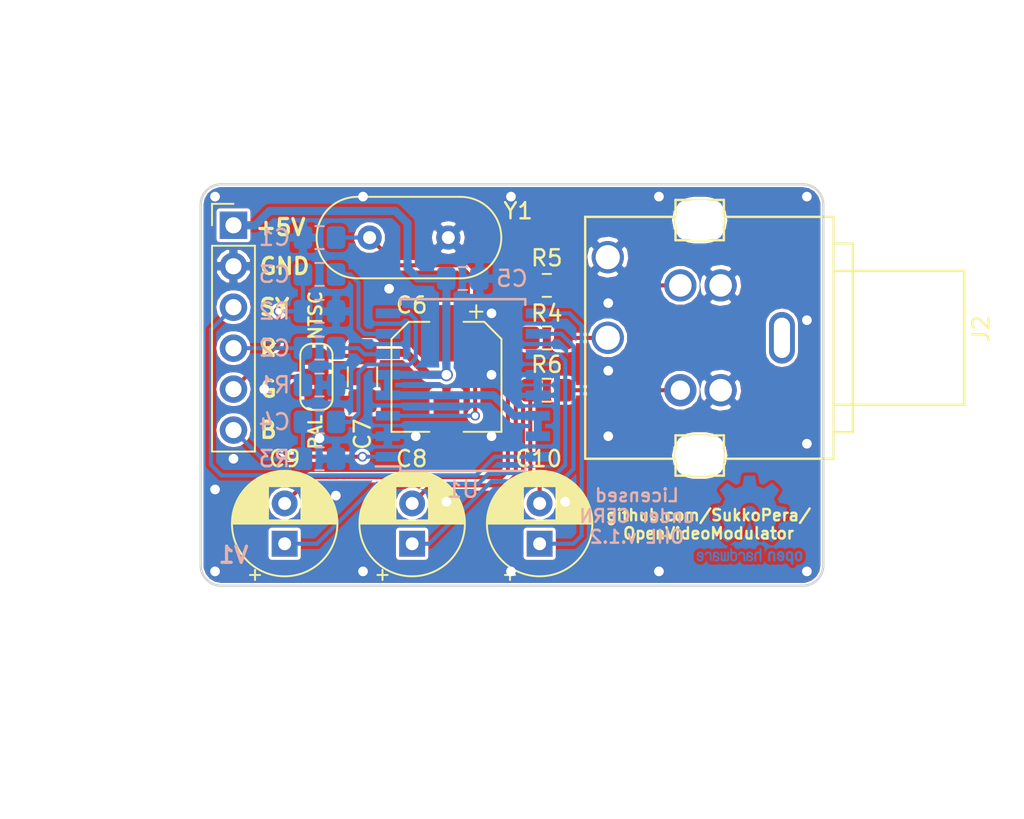
<source format=kicad_pcb>
(kicad_pcb (version 20171130) (host pcbnew 5.0.2)
  (title_block (title OpenVideoModulator) (date 2019-03-21) (rev 1git) (company SukkoPera) (comment 1 "Thanks to CPCWiki") (comment 2 http://www.cpcwiki.eu/index.php/RGB_SVideo) (comment 3 "Licensed under CERN OHL v.1.2"))
  (layers (0 F.Cu signal) (31 B.Cu signal) (36 B.SilkS user) (37 F.SilkS user) (38 B.Mask user) (39 F.Mask user) (44 Edge.Cuts user))
  (net 0 "")
  (net 1 "Net-(C1-Pad1)")
  (net 2 GND)
  (net 3 "Net-(C2-Pad1)")
  (net 4 /red_in)
  (net 5 "Net-(C3-Pad1)")
  (net 6 /green_in)
  (net 7 /blue_in)
  (net 8 "Net-(C4-Pad1)")
  (net 9 VAA)
  (net 10 "Net-(C8-Pad1)")
  (net 11 "Net-(C8-Pad2)")
  (net 12 "Net-(C9-Pad2)")
  (net 13 "Net-(C9-Pad1)")
  (net 14 "Net-(C10-Pad1)")
  (net 15 "Net-(C10-Pad2)")
  (net 16 /sync_in)
  (net 17 "Net-(JP1-Pad2)")
  (net 18 "Net-(J2-Pad3)")
  (net 19 "Net-(J2-Pad4)")
  (net 20 "Net-(J2-Pad6)")
  (module Capacitor_SMD:C_0805_2012Metric_Pad1.15x1.40mm_HandSolder (layer B.Cu) (at 121.412 52.832 180)
    (fp_text reference C1 (at 2.794 0 180) (layer B.SilkS) (effects (justify mirror)))
    (fp_text value 10pF)
    (pad 1 smd roundrect (at -1.025 0 180) (size 1.15 1.4) (layers B.Cu B.Paste B.Mask) (roundrect_rratio 0.217391) (net 1 "Net-(C1-Pad1)"))
    (pad 2 smd roundrect (at 1.025 0 180) (size 1.15 1.4) (layers B.Cu B.Paste B.Mask) (roundrect_rratio 0.217391) (net 2 GND))
  )
  (module Capacitor_SMD:C_0805_2012Metric_Pad1.15x1.40mm_HandSolder (layer B.Cu) (at 121.412 59.69 180)
    (fp_text reference C2 (at 2.794 0 180) (layer B.SilkS) (effects (justify mirror)))
    (fp_text value 100n)
    (pad 1 smd roundrect (at -1.025 0 180) (size 1.15 1.4) (layers B.Cu B.Paste B.Mask) (roundrect_rratio 0.217391) (net 3 "Net-(C2-Pad1)"))
    (pad 2 smd roundrect (at 1.025 0 180) (size 1.15 1.4) (layers B.Cu B.Paste B.Mask) (roundrect_rratio 0.217391) (net 4 /red_in))
  )
  (module Capacitor_SMD:C_0805_2012Metric_Pad1.15x1.40mm_HandSolder (layer B.Cu) (at 121.412 55.118 180)
    (fp_text reference C3 (at 2.794 0 180) (layer B.SilkS) (effects (justify mirror)))
    (fp_text value 100n)
    (pad 1 smd roundrect (at -1.025 0 180) (size 1.15 1.4) (layers B.Cu B.Paste B.Mask) (roundrect_rratio 0.217391) (net 5 "Net-(C3-Pad1)"))
    (pad 2 smd roundrect (at 1.025 0 180) (size 1.15 1.4) (layers B.Cu B.Paste B.Mask) (roundrect_rratio 0.217391) (net 6 /green_in))
  )
  (module Capacitor_SMD:C_0805_2012Metric_Pad1.15x1.40mm_HandSolder (layer B.Cu) (at 121.412 64.262 180)
    (fp_text reference C4 (at 2.794 0 180) (layer B.SilkS) (effects (justify mirror)))
    (fp_text value 100n)
    (pad 2 smd roundrect (at 1.025 0 180) (size 1.15 1.4) (layers B.Cu B.Paste B.Mask) (roundrect_rratio 0.217391) (net 7 /blue_in))
    (pad 1 smd roundrect (at -1.025 0 180) (size 1.15 1.4) (layers B.Cu B.Paste B.Mask) (roundrect_rratio 0.217391) (net 8 "Net-(C4-Pad1)"))
  )
  (module Capacitor_SMD:C_0805_2012Metric_Pad1.15x1.40mm_HandSolder (layer B.Cu) (at 130.302 55.372 180)
    (fp_text reference C5 (at -3.048 0 180) (layer B.SilkS) (effects (justify mirror)))
    (fp_text value 100n)
    (pad 2 smd roundrect (at 1.025 0 180) (size 1.15 1.4) (layers B.Cu B.Paste B.Mask) (roundrect_rratio 0.217391) (net 9 VAA))
    (pad 1 smd roundrect (at -1.025 0 180) (size 1.15 1.4) (layers B.Cu B.Paste B.Mask) (roundrect_rratio 0.217391) (net 2 GND))
  )
  (module Connector_PinHeader_2.54mm:PinHeader_1x06_P2.54mm_Vertical (layer F.Cu) (at 116.078 52.07)
    (fp_text reference J1 hide)
    (fp_text value CONN_6 hide)
    (pad 1 thru_hole rect (at 0 0) (size 1.7 1.7) (drill 1) (layers *.Cu *.Mask) (net 9 VAA))
    (pad 2 thru_hole oval (at 0 2.54) (size 1.7 1.7) (drill 1) (layers *.Cu *.Mask) (net 2 GND))
    (pad 3 thru_hole oval (at 0 5.08) (size 1.7 1.7) (drill 1) (layers *.Cu *.Mask) (net 16 /sync_in))
    (pad 4 thru_hole oval (at 0 7.62) (size 1.7 1.7) (drill 1) (layers *.Cu *.Mask) (net 4 /red_in))
    (pad 5 thru_hole oval (at 0 10.16) (size 1.7 1.7) (drill 1) (layers *.Cu *.Mask) (net 6 /green_in))
    (pad 6 thru_hole oval (at 0 12.7) (size 1.7 1.7) (drill 1) (layers *.Cu *.Mask) (net 7 /blue_in))
  )
  (module Symbol:OSHW-Logo2_7.3x6mm_Copper (layer B.Cu) (at 148.082 70.358 180)
    (fp_text reference P1 hide)
    (fp_text value OSHW_LOGO hide)
    (fp_poly (pts (xy -2.400256 -1.919918) (xy -2.344799 -1.947568) (xy -2.295852 -1.99848) (xy -2.282371 -2.017338) (xy -2.267686 -2.042015) (xy -2.258158 -2.068816) (xy -2.252707 -2.104587) (xy -2.250253 -2.156169) (xy -2.249714 -2.224267) (xy -2.252148 -2.317588) (xy -2.260606 -2.387657) (xy -2.276826 -2.439931) (xy -2.302546 -2.479869) (xy -2.339503 -2.512929) (xy -2.342218 -2.514886) (xy -2.37864 -2.534908) (xy -2.422498 -2.544815) (xy -2.478276 -2.547257) (xy -2.568952 -2.547257) (xy -2.56899 -2.635283) (xy -2.569834 -2.684308) (xy -2.574976 -2.713065) (xy -2.588413 -2.730311) (xy -2.614142 -2.744808) (xy -2.620321 -2.747769) (xy -2.649236 -2.761648) (xy -2.671624 -2.770414) (xy -2.688271 -2.771171) (xy -2.699964 -2.761023) (xy -2.70749 -2.737073) (xy -2.711634 -2.696426) (xy -2.713185 -2.636186) (xy -2.712929 -2.553455) (xy -2.711651 -2.445339) (xy -2.711252 -2.413) (xy -2.709815 -2.301524) (xy -2.708528 -2.228603) (xy -2.569029 -2.228603) (xy -2.568245 -2.290499) (xy -2.56476 -2.330997) (xy -2.556876 -2.357708) (xy -2.542895 -2.378244) (xy -2.533403 -2.38826) (xy -2.494596 -2.417567) (xy -2.460237 -2.419952) (xy -2.424784 -2.39575) (xy -2.423886 -2.394857) (xy -2.409461 -2.376153) (xy -2.400687 -2.350732) (xy -2.396261 -2.311584) (xy -2.394882 -2.251697) (xy -2.394857 -2.23843) (xy -2.398188 -2.155901) (xy -2.409031 -2.098691) (xy -2.42866 -2.063766) (xy -2.45835 -2.048094) (xy -2.475509 -2.046514) (xy -2.516234 -2.053926) (xy -2.544168 -2.07833) (xy -2.560983 -2.12298) (xy -2.56835 -2.19113) (xy -2.569029 -2.228603) (xy -2.708528 -2.228603) (xy -2.708292 -2.215245) (xy -2.706323 -2.150333) (xy -2.70355 -2.102958) (xy -2.699612 -2.06929) (xy -2.694151 -2.045498) (xy -2.686808 -2.027753) (xy -2.677223 -2.012224) (xy -2.673113 -2.006381) (xy -2.618595 -1.951185) (xy -2.549664 -1.91989) (xy -2.469928 -1.911165) (xy -2.400256 -1.919918)) (layer B.Cu) (width 0.01))
    (fp_poly (pts (xy -1.283907 -1.92778) (xy -1.237328 -1.954723) (xy -1.204943 -1.981466) (xy -1.181258 -2.009484) (xy -1.164941 -2.043748) (xy -1.154661 -2.089227) (xy -1.149086 -2.150892) (xy -1.146884 -2.233711) (xy -1.146629 -2.293246) (xy -1.146629 -2.512391) (xy -1.208314 -2.540044) (xy -1.27 -2.567697) (xy -1.277257 -2.32767) (xy -1.280256 -2.238028) (xy -1.283402 -2.172962) (xy -1.287299 -2.128026) (xy -1.292553 -2.09877) (xy -1.299769 -2.080748) (xy -1.30955 -2.069511) (xy -1.312688 -2.067079) (xy -1.360239 -2.048083) (xy -1.408303 -2.0556) (xy -1.436914 -2.075543) (xy -1.448553 -2.089675) (xy -1.456609 -2.10822) (xy -1.461729 -2.136334) (xy -1.464559 -2.179173) (xy -1.465744 -2.241895) (xy -1.465943 -2.307261) (xy -1.465982 -2.389268) (xy -1.467386 -2.447316) (xy -1.472086 -2.486465) (xy -1.482013 -2.51178) (xy -1.499097 -2.528323) (xy -1.525268 -2.541156) (xy -1.560225 -2.554491) (xy -1.598404 -2.569007) (xy -1.593859 -2.311389) (xy -1.592029 -2.218519) (xy -1.589888 -2.149889) (xy -1.586819 -2.100711) (xy -1.582206 -2.066198) (xy -1.575432 -2.041562) (xy -1.565881 -2.022016) (xy -1.554366 -2.00477) (xy -1.49881 -1.94968) (xy -1.43102 -1.917822) (xy -1.357287 -1.910191) (xy -1.283907 -1.92778)) (layer B.Cu) (width 0.01))
    (fp_poly (pts (xy -2.958885 -1.921962) (xy -2.890855 -1.957733) (xy -2.840649 -2.015301) (xy -2.822815 -2.052312) (xy -2.808937 -2.107882) (xy -2.801833 -2.178096) (xy -2.80116 -2.254727) (xy -2.806573 -2.329552) (xy -2.81773 -2.394342) (xy -2.834286 -2.440873) (xy -2.839374 -2.448887) (xy -2.899645 -2.508707) (xy -2.971231 -2.544535) (xy -3.048908 -2.55502) (xy -3.127452 -2.53881) (xy -3.149311 -2.529092) (xy -3.191878 -2.499143) (xy -3.229237 -2.459433) (xy -3.232768 -2.454397) (xy -3.247119 -2.430124) (xy -3.256606 -2.404178) (xy -3.26221 -2.370022) (xy -3.264914 -2.321119) (xy -3.265701 -2.250935) (xy -3.265714 -2.2352) (xy -3.265678 -2.230192) (xy -3.120571 -2.230192) (xy -3.119727 -2.29643) (xy -3.116404 -2.340386) (xy -3.109417 -2.368779) (xy -3.097584 -2.388325) (xy -3.091543 -2.394857) (xy -3.056814 -2.41968) (xy -3.023097 -2.418548) (xy -2.989005 -2.397016) (xy -2.968671 -2.374029) (xy -2.956629 -2.340478) (xy -2.949866 -2.287569) (xy -2.949402 -2.281399) (xy -2.948248 -2.185513) (xy -2.960312 -2.114299) (xy -2.98543 -2.068194) (xy -3.02344 -2.047635) (xy -3.037008 -2.046514) (xy -3.072636 -2.052152) (xy -3.097006 -2.071686) (xy -3.111907 -2.109042) (xy -3.119125 -2.16815) (xy -3.120571 -2.230192) (xy -3.265678 -2.230192) (xy -3.265174 -2.160413) (xy -3.262904 -2.108159) (xy -3.257932 -2.071949) (xy -3.249287 -2.045299) (xy -3.235995 -2.021722) (xy -3.233057 -2.017338) (xy -3.183687 -1.958249) (xy -3.129891 -1.923947) (xy -3.064398 -1.910331) (xy -3.042158 -1.909665) (xy -2.958885 -1.921962)) (layer B.Cu) (width 0.01))
    (fp_poly (pts (xy -1.831697 -1.931239) (xy -1.774473 -1.969735) (xy -1.730251 -2.025335) (xy -1.703833 -2.096086) (xy -1.69849 -2.148162) (xy -1.699097 -2.169893) (xy -1.704178 -2.186531) (xy -1.718145 -2.201437) (xy -1.745411 -2.217973) (xy -1.790388 -2.239498) (xy -1.857489 -2.269374) (xy -1.857829 -2.269524) (xy -1.919593 -2.297813) (xy -1.970241 -2.322933) (xy -2.004596 -2.342179) (xy -2.017482 -2.352848) (xy -2.017486 -2.352934) (xy -2.006128 -2.376166) (xy -1.979569 -2.401774) (xy -1.949077 -2.420221) (xy -1.93363 -2.423886) (xy -1.891485 -2.411212) (xy -1.855192 -2.379471) (xy -1.837483 -2.344572) (xy -1.820448 -2.318845) (xy -1.787078 -2.289546) (xy -1.747851 -2.264235) (xy -1.713244 -2.250471) (xy -1.706007 -2.249714) (xy -1.697861 -2.26216) (xy -1.69737 -2.293972) (xy -1.703357 -2.336866) (xy -1.714643 -2.382558) (xy -1.73005 -2.422761) (xy -1.730829 -2.424322) (xy -1.777196 -2.489062) (xy -1.837289 -2.533097) (xy -1.905535 -2.554711) (xy -1.976362 -2.552185) (xy -2.044196 -2.523804) (xy -2.047212 -2.521808) (xy -2.100573 -2.473448) (xy -2.13566 -2.410352) (xy -2.155078 -2.327387) (xy -2.157684 -2.304078) (xy -2.162299 -2.194055) (xy -2.156767 -2.142748) (xy -2.017486 -2.142748) (xy -2.015676 -2.174753) (xy -2.005778 -2.184093) (xy -1.981102 -2.177105) (xy -1.942205 -2.160587) (xy -1.898725 -2.139881) (xy -1.897644 -2.139333) (xy -1.860791 -2.119949) (xy -1.846 -2.107013) (xy -1.849647 -2.093451) (xy -1.865005 -2.075632) (xy -1.904077 -2.049845) (xy -1.946154 -2.04795) (xy -1.983897 -2.066717) (xy -2.009966 -2.102915) (xy -2.017486 -2.142748) (xy -2.156767 -2.142748) (xy -2.152806 -2.106027) (xy -2.12845 -2.036212) (xy -2.094544 -1.987302) (xy -2.033347 -1.937878) (xy -1.965937 -1.913359) (xy -1.89712 -1.911797) (xy -1.831697 -1.931239)) (layer B.Cu) (width 0.01))
    (fp_poly (pts (xy -0.624114 -1.851289) (xy -0.619861 -1.910613) (xy -0.614975 -1.945572) (xy -0.608205 -1.96082) (xy -0.598298 -1.961015) (xy -0.595086 -1.959195) (xy -0.552356 -1.946015) (xy -0.496773 -1.946785) (xy -0.440263 -1.960333) (xy -0.404918 -1.977861) (xy -0.368679 -2.005861) (xy -0.342187 -2.037549) (xy -0.324001 -2.077813) (xy -0.312678 -2.131543) (xy -0.306778 -2.203626) (xy -0.304857 -2.298951) (xy -0.304823 -2.317237) (xy -0.3048 -2.522646) (xy -0.350509 -2.53858) (xy -0.382973 -2.54942) (xy -0.400785 -2.554468) (xy -0.401309 -2.554514) (xy -0.403063 -2.540828) (xy -0.404556 -2.503076) (xy -0.405674 -2.446224) (xy -0.406303 -2.375234) (xy -0.4064 -2.332073) (xy -0.406602 -2.246973) (xy -0.407642 -2.185981) (xy -0.410169 -2.144177) (xy -0.414836 -2.116642) (xy -0.422293 -2.098456) (xy -0.433189 -2.084698) (xy -0.439993 -2.078073) (xy -0.486728 -2.051375) (xy -0.537728 -2.049375) (xy -0.583999 -2.071955) (xy -0.592556 -2.080107) (xy -0.605107 -2.095436) (xy -0.613812 -2.113618) (xy -0.619369 -2.139909) (xy -0.622474 -2.179562) (xy -0.623824 -2.237832) (xy -0.624114 -2.318173) (xy -0.624114 -2.522646) (xy -0.669823 -2.53858) (xy -0.702287 -2.54942) (xy -0.720099 -2.554468) (xy -0.720623 -2.554514) (xy -0.721963 -2.540623) (xy -0.723172 -2.501439) (xy -0.724199 -2.4407) (xy -0.724998 -2.362141) (xy -0.725519 -2.269498) (xy -0.725714 -2.166509) (xy -0.725714 -1.769342) (xy -0.678543 -1.749444) (xy -0.631371 -1.729547) (xy -0.624114 -1.851289)) (layer B.Cu) (width 0.01))
    (fp_poly (pts (xy 0.039744 -1.950968) (xy 0.096616 -1.972087) (xy 0.097267 -1.972493) (xy 0.13244 -1.99838) (xy 0.158407 -2.028633) (xy 0.17667 -2.068058) (xy 0.188732 -2.121462) (xy 0.196096 -2.193651) (xy 0.200264 -2.289432) (xy 0.200629 -2.303078) (xy 0.205876 -2.508842) (xy 0.161716 -2.531678) (xy 0.129763 -2.54711) (xy 0.11047 -2.554423) (xy 0.109578 -2.554514) (xy 0.106239 -2.541022) (xy 0.103587 -2.504626) (xy 0.101956 -2.451452) (xy 0.1016 -2.408393) (xy 0.101592 -2.338641) (xy 0.098403 -2.294837) (xy 0.087288 -2.273944) (xy 0.063501 -2.272925) (xy 0.022296 -2.288741) (xy -0.039914 -2.317815) (xy -0.085659 -2.341963) (xy -0.109187 -2.362913) (xy -0.116104 -2.385747) (xy -0.116114 -2.386877) (xy -0.104701 -2.426212) (xy -0.070908 -2.447462) (xy -0.019191 -2.450539) (xy 0.018061 -2.450006) (xy 0.037703 -2.460735) (xy 0.049952 -2.486505) (xy 0.057002 -2.519337) (xy 0.046842 -2.537966) (xy 0.043017 -2.540632) (xy 0.007001 -2.55134) (xy -0.043434 -2.552856) (xy -0.095374 -2.545759) (xy -0.132178 -2.532788) (xy -0.183062 -2.489585) (xy -0.211986 -2.429446) (xy -0.217714 -2.382462) (xy -0.213343 -2.340082) (xy -0.197525 -2.305488) (xy -0.166203 -2.274763) (xy -0.115322 -2.24399) (xy -0.040824 -2.209252) (xy -0.036286 -2.207288) (xy 0.030821 -2.176287) (xy 0.072232 -2.150862) (xy 0.089981 -2.128014) (xy 0.086107 -2.104745) (xy 0.062643 -2.078056) (xy 0.055627 -2.071914) (xy 0.00863 -2.0481) (xy -0.040067 -2.049103) (xy -0.082478 -2.072451) (xy -0.110616 -2.115675) (xy -0.113231 -2.12416) (xy -0.138692 -2.165308) (xy -0.170999 -2.185128) (xy -0.217714 -2.20477) (xy -0.217714 -2.15395) (xy -0.203504 -2.080082) (xy -0.161325 -2.012327) (xy -0.139376 -1.989661) (xy -0.089483 -1.960569) (xy -0.026033 -1.9474) (xy 0.039744 -1.950968)) (layer B.Cu) (width 0.01))
    (fp_poly (pts (xy 0.529926 -1.949755) (xy 0.595858 -1.974084) (xy 0.649273 -2.017117) (xy 0.670164 -2.047409) (xy 0.692939 -2.102994) (xy 0.692466 -2.143186) (xy 0.668562 -2.170217) (xy 0.659717 -2.174813) (xy 0.62153 -2.189144) (xy 0.602028 -2.185472) (xy 0.595422 -2.161407) (xy 0.595086 -2.148114) (xy 0.582992 -2.09921) (xy 0.551471 -2.064999) (xy 0.507659 -2.048476) (xy 0.458695 -2.052634) (xy 0.418894 -2.074227) (xy 0.40545 -2.086544) (xy 0.395921 -2.101487) (xy 0.389485 -2.124075) (xy 0.385317 -2.159328) (xy 0.382597 -2.212266) (xy 0.380502 -2.287907) (xy 0.37996 -2.311857) (xy 0.377981 -2.39379) (xy 0.375731 -2.451455) (xy 0.372357 -2.489608) (xy 0.367006 -2.513004) (xy 0.358824 -2.526398) (xy 0.346959 -2.534545) (xy 0.339362 -2.538144) (xy 0.307102 -2.550452) (xy 0.288111 -2.554514) (xy 0.281836 -2.540948) (xy 0.278006 -2.499934) (xy 0.2766 -2.430999) (xy 0.277598 -2.333669) (xy 0.277908 -2.318657) (xy 0.280101 -2.229859) (xy 0.282693 -2.165019) (xy 0.286382 -2.119067) (xy 0.291864 -2.086935) (xy 0.299835 -2.063553) (xy 0.310993 -2.043852) (xy 0.31683 -2.03541) (xy 0.350296 -1.998057) (xy 0.387727 -1.969003) (xy 0.392309 -1.966467) (xy 0.459426 -1.946443) (xy 0.529926 -1.949755)) (layer B.Cu) (width 0.01))
    (fp_poly (pts (xy 1.190117 -2.065358) (xy 1.189933 -2.173837) (xy 1.189219 -2.257287) (xy 1.187675 -2.319704) (xy 1.185001 -2.365085) (xy 1.180894 -2.397429) (xy 1.175055 -2.420733) (xy 1.167182 -2.438995) (xy 1.161221 -2.449418) (xy 1.111855 -2.505945) (xy 1.049264 -2.541377) (xy 0.980013 -2.55409) (xy 0.910668 -2.542463) (xy 0.869375 -2.521568) (xy 0.826025 -2.485422) (xy 0.796481 -2.441276) (xy 0.778655 -2.383462) (xy 0.770463 -2.306313) (xy 0.769302 -2.249714) (xy 0.769458 -2.245647) (xy 0.870857 -2.245647) (xy 0.871476 -2.31055) (xy 0.874314 -2.353514) (xy 0.88084 -2.381622) (xy 0.892523 -2.401953) (xy 0.906483 -2.417288) (xy 0.953365 -2.44689) (xy 1.003701 -2.449419) (xy 1.051276 -2.424705) (xy 1.054979 -2.421356) (xy 1.070783 -2.403935) (xy 1.080693 -2.383209) (xy 1.086058 -2.352362) (xy 1.088228 -2.304577) (xy 1.088571 -2.251748) (xy 1.087827 -2.185381) (xy 1.084748 -2.141106) (xy 1.078061 -2.112009) (xy 1.066496 -2.091173) (xy 1.057013 -2.080107) (xy 1.01296 -2.052198) (xy 0.962224 -2.048843) (xy 0.913796 -2.070159) (xy 0.90445 -2.078073) (xy 0.88854 -2.095647) (xy 0.87861 -2.116587) (xy 0.873278 -2.147782) (xy 0.871163 -2.196122) (xy 0.870857 -2.245647) (xy 0.769458 -2.245647) (xy 0.77281 -2.158568) (xy 0.784726 -2.090086) (xy 0.807135 -2.0386) (xy 0.842124 -1.998443) (xy 0.869375 -1.977861) (xy 0.918907 -1.955625) (xy 0.976316 -1.945304) (xy 1.029682 -1.948067) (xy 1.059543 -1.959212) (xy 1.071261 -1.962383) (xy 1.079037 -1.950557) (xy 1.084465 -1.918866) (xy 1.088571 -1.870593) (xy 1.093067 -1.816829) (xy 1.099313 -1.784482) (xy 1.110676 -1.765985) (xy 1.130528 -1.75377) (xy 1.143 -1.748362) (xy 1.190171 -1.728601) (xy 1.190117 -2.065358)) (layer B.Cu) (width 0.01))
    (fp_poly (pts (xy 1.779833 -1.958663) (xy 1.782048 -1.99685) (xy 1.783784 -2.054886) (xy 1.784899 -2.12818) (xy 1.785257 -2.205055) (xy 1.785257 -2.465196) (xy 1.739326 -2.511127) (xy 1.707675 -2.539429) (xy 1.67989 -2.550893) (xy 1.641915 -2.550168) (xy 1.62684 -2.548321) (xy 1.579726 -2.542948) (xy 1.540756 -2.539869) (xy 1.531257 -2.539585) (xy 1.499233 -2.541445) (xy 1.453432 -2.546114) (xy 1.435674 -2.548321) (xy 1.392057 -2.551735) (xy 1.362745 -2.54432) (xy 1.33368 -2.521427) (xy 1.323188 -2.511127) (xy 1.277257 -2.465196) (xy 1.277257 -1.978602) (xy 1.314226 -1.961758) (xy 1.346059 -1.949282) (xy 1.364683 -1.944914) (xy 1.369458 -1.958718) (xy 1.373921 -1.997286) (xy 1.377775 -2.056356) (xy 1.380722 -2.131663) (xy 1.382143 -2.195286) (xy 1.386114 -2.445657) (xy 1.420759 -2.450556) (xy 1.452268 -2.447131) (xy 1.467708 -2.436041) (xy 1.472023 -2.415308) (xy 1.475708 -2.371145) (xy 1.478469 -2.309146) (xy 1.480012 -2.234909) (xy 1.480235 -2.196706) (xy 1.480457 -1.976783) (xy 1.526166 -1.960849) (xy 1.558518 -1.950015) (xy 1.576115 -1.944962) (xy 1.576623 -1.944914) (xy 1.578388 -1.958648) (xy 1.580329 -1.99673) (xy 1.582282 -2.054482) (xy 1.584084 -2.127227) (xy 1.585343 -2.195286) (xy 1.589314 -2.445657) (xy 1.6764 -2.445657) (xy 1.680396 -2.21724) (xy 1.684392 -1.988822) (xy 1.726847 -1.966868) (xy 1.758192 -1.951793) (xy 1.776744 -1.944951) (xy 1.777279 -1.944914) (xy 1.779833 -1.958663)) (layer B.Cu) (width 0.01))
    (fp_poly (pts (xy 2.144876 -1.956335) (xy 2.186667 -1.975344) (xy 2.219469 -1.998378) (xy 2.243503 -2.024133) (xy 2.260097 -2.057358) (xy 2.270577 -2.1028) (xy 2.276271 -2.165207) (xy 2.278507 -2.249327) (xy 2.278743 -2.304721) (xy 2.278743 -2.520826) (xy 2.241774 -2.53767) (xy 2.212656 -2.549981) (xy 2.198231 -2.554514) (xy 2.195472 -2.541025) (xy 2.193282 -2.504653) (xy 2.191942 -2.451542) (xy 2.191657 -2.409372) (xy 2.190434 -2.348447) (xy 2.187136 -2.300115) (xy 2.182321 -2.270518) (xy 2.178496 -2.264229) (xy 2.152783 -2.270652) (xy 2.112418 -2.287125) (xy 2.065679 -2.309458) (xy 2.020845 -2.333457) (xy 1.986193 -2.35493) (xy 1.970002 -2.369685) (xy 1.969938 -2.369845) (xy 1.97133 -2.397152) (xy 1.983818 -2.423219) (xy 2.005743 -2.444392) (xy 2.037743 -2.451474) (xy 2.065092 -2.450649) (xy 2.103826 -2.450042) (xy 2.124158 -2.459116) (xy 2.136369 -2.483092) (xy 2.137909 -2.487613) (xy 2.143203 -2.521806) (xy 2.129047 -2.542568) (xy 2.092148 -2.552462) (xy 2.052289 -2.554292) (xy 1.980562 -2.540727) (xy 1.943432 -2.521355) (xy 1.897576 -2.475845) (xy 1.873256 -2.419983) (xy 1.871073 -2.360957) (xy 1.891629 -2.305953) (xy 1.922549 -2.271486) (xy 1.95342 -2.252189) (xy 2.001942 -2.227759) (xy 2.058485 -2.202985) (xy 2.06791 -2.199199) (xy 2.130019 -2.171791) (xy 2.165822 -2.147634) (xy 2.177337 -2.123619) (xy 2.16658 -2.096635) (xy 2.148114 -2.075543) (xy 2.104469 -2.049572) (xy 2.056446 -2.047624) (xy 2.012406 -2.067637) (xy 1.980709 -2.107551) (xy 1.976549 -2.117848) (xy 1.952327 -2.155724) (xy 1.916965 -2.183842) (xy 1.872343 -2.206917) (xy 1.872343 -2.141485) (xy 1.874969 -2.101506) (xy 1.88623 -2.069997) (xy 1.911199 -2.036378) (xy 1.935169 -2.010484) (xy 1.972441 -1.973817) (xy 2.001401 -1.954121) (xy 2.032505 -1.94622) (xy 2.067713 -1.944914) (xy 2.144876 -1.956335)) (layer B.Cu) (width 0.01))
    (fp_poly (pts (xy 2.6526 -1.958752) (xy 2.669948 -1.966334) (xy 2.711356 -1.999128) (xy 2.746765 -2.046547) (xy 2.768664 -2.097151) (xy 2.772229 -2.122098) (xy 2.760279 -2.156927) (xy 2.734067 -2.175357) (xy 2.705964 -2.186516) (xy 2.693095 -2.188572) (xy 2.686829 -2.173649) (xy 2.674456 -2.141175) (xy 2.669028 -2.126502) (xy 2.63859 -2.075744) (xy 2.59452 -2.050427) (xy 2.53801 -2.051206) (xy 2.533825 -2.052203) (xy 2.503655 -2.066507) (xy 2.481476 -2.094393) (xy 2.466327 -2.139287) (xy 2.45725 -2.204615) (xy 2.453286 -2.293804) (xy 2.452914 -2.341261) (xy 2.45273 -2.416071) (xy 2.451522 -2.467069) (xy 2.448309 -2.499471) (xy 2.442109 -2.518495) (xy 2.43194 -2.529356) (xy 2.416819 -2.537272) (xy 2.415946 -2.53767) (xy 2.386828 -2.549981) (xy 2.372403 -2.554514) (xy 2.370186 -2.540809) (xy 2.368289 -2.502925) (xy 2.366847 -2.445715) (xy 2.365998 -2.374027) (xy 2.365829 -2.321565) (xy 2.366692 -2.220047) (xy 2.37007 -2.143032) (xy 2.377142 -2.086023) (xy 2.389088 -2.044526) (xy 2.40709 -2.014043) (xy 2.432327 -1.99008) (xy 2.457247 -1.973355) (xy 2.517171 -1.951097) (xy 2.586911 -1.946076) (xy 2.6526 -1.958752)) (layer B.Cu) (width 0.01))
    (fp_poly (pts (xy 3.153595 -1.966966) (xy 3.211021 -2.004497) (xy 3.238719 -2.038096) (xy 3.260662 -2.099064) (xy 3.262405 -2.147308) (xy 3.258457 -2.211816) (xy 3.109686 -2.276934) (xy 3.037349 -2.310202) (xy 2.990084 -2.336964) (xy 2.965507 -2.360144) (xy 2.961237 -2.382667) (xy 2.974889 -2.407455) (xy 2.989943 -2.423886) (xy 3.033746 -2.450235) (xy 3.081389 -2.452081) (xy 3.125145 -2.431546) (xy 3.157289 -2.390752) (xy 3.163038 -2.376347) (xy 3.190576 -2.331356) (xy 3.222258 -2.312182) (xy 3.265714 -2.295779) (xy 3.265714 -2.357966) (xy 3.261872 -2.400283) (xy 3.246823 -2.435969) (xy 3.21528 -2.476943) (xy 3.210592 -2.482267) (xy 3.175506 -2.51872) (xy 3.145347 -2.538283) (xy 3.107615 -2.547283) (xy 3.076335 -2.55023) (xy 3.020385 -2.550965) (xy 2.980555 -2.54166) (xy 2.955708 -2.527846) (xy 2.916656 -2.497467) (xy 2.889625 -2.464613) (xy 2.872517 -2.423294) (xy 2.863238 -2.367521) (xy 2.859693 -2.291305) (xy 2.85941 -2.252622) (xy 2.860372 -2.206247) (xy 2.948007 -2.206247) (xy 2.949023 -2.231126) (xy 2.951556 -2.2352) (xy 2.968274 -2.229665) (xy 3.004249 -2.215017) (xy 3.052331 -2.19419) (xy 3.062386 -2.189714) (xy 3.123152 -2.158814) (xy 3.156632 -2.131657) (xy 3.16399 -2.10622) (xy 3.146391 -2.080481) (xy 3.131856 -2.069109) (xy 3.07941 -2.046364) (xy 3.030322 -2.050122) (xy 2.989227 -2.077884) (xy 2.960758 -2.127152) (xy 2.951631 -2.166257) (xy 2.948007 -2.206247) (xy 2.860372 -2.206247) (xy 2.861285 -2.162249) (xy 2.868196 -2.095384) (xy 2.881884 -2.046695) (xy 2.904096 -2.010849) (xy 2.936574 -1.982513) (xy 2.950733 -1.973355) (xy 3.015053 -1.949507) (xy 3.085473 -1.948006) (xy 3.153595 -1.966966)) (layer B.Cu) (width 0.01))
    (fp_poly (pts (xy 0.10391 2.757652) (xy 0.182454 2.757222) (xy 0.239298 2.756058) (xy 0.278105 2.753793) (xy 0.302538 2.75006) (xy 0.316262 2.744494) (xy 0.32294 2.736727) (xy 0.326236 2.726395) (xy 0.326556 2.725057) (xy 0.331562 2.700921) (xy 0.340829 2.653299) (xy 0.353392 2.587259) (xy 0.368287 2.507872) (xy 0.384551 2.420204) (xy 0.385119 2.417125) (xy 0.40141 2.331211) (xy 0.416652 2.255304) (xy 0.429861 2.193955) (xy 0.440054 2.151718) (xy 0.446248 2.133145) (xy 0.446543 2.132816) (xy 0.464788 2.123747) (xy 0.502405 2.108633) (xy 0.551271 2.090738) (xy 0.551543 2.090642) (xy 0.613093 2.067507) (xy 0.685657 2.038035) (xy 0.754057 2.008403) (xy 0.757294 2.006938) (xy 0.868702 1.956374) (xy 1.115399 2.12484) (xy 1.191077 2.176197) (xy 1.259631 2.222111) (xy 1.317088 2.25997) (xy 1.359476 2.287163) (xy 1.382825 2.301079) (xy 1.385042 2.302111) (xy 1.40201 2.297516) (xy 1.433701 2.275345) (xy 1.481352 2.234553) (xy 1.546198 2.174095) (xy 1.612397 2.109773) (xy 1.676214 2.046388) (xy 1.733329 1.988549) (xy 1.780305 1.939825) (xy 1.813703 1.90379) (xy 1.830085 1.884016) (xy 1.830694 1.882998) (xy 1.832505 1.869428) (xy 1.825683 1.847267) (xy 1.80854 1.813522) (xy 1.779393 1.7652) (xy 1.736555 1.699308) (xy 1.679448 1.614483) (xy 1.628766 1.539823) (xy 1.583461 1.47286) (xy 1.54615 1.417484) (xy 1.519452 1.37758) (xy 1.505985 1.357038) (xy 1.505137 1.355644) (xy 1.506781 1.335962) (xy 1.519245 1.297707) (xy 1.540048 1.248111) (xy 1.547462 1.232272) (xy 1.579814 1.16171) (xy 1.614328 1.081647) (xy 1.642365 1.012371) (xy 1.662568 0.960955) (xy 1.678615 0.921881) (xy 1.687888 0.901459) (xy 1.689041 0.899886) (xy 1.706096 0.897279) (xy 1.746298 0.890137) (xy 1.804302 0.879477) (xy 1.874763 0.866315) (xy 1.952335 0.851667) (xy 2.031672 0.836551) (xy 2.107431 0.821982) (xy 2.174264 0.808978) (xy 2.226828 0.798555) (xy 2.259776 0.79173) (xy 2.267857 0.789801) (xy 2.276205 0.785038) (xy 2.282506 0.774282) (xy 2.287045 0.753902) (xy 2.290104 0.720266) (xy 2.291967 0.669745) (xy 2.292918 0.598708) (xy 2.29324 0.503524) (xy 2.293257 0.464508) (xy 2.293257 0.147201) (xy 2.217057 0.132161) (xy 2.174663 0.124005) (xy 2.1114 0.112101) (xy 2.034962 0.097884) (xy 1.953043 0.08279) (xy 1.9304 0.078645) (xy 1.854806 0.063947) (xy 1.788953 0.049495) (xy 1.738366 0.036625) (xy 1.708574 0.026678) (xy 1.703612 0.023713) (xy 1.691426 0.002717) (xy 1.673953 -0.037967) (xy 1.654577 -0.090322) (xy 1.650734 -0.1016) (xy 1.625339 -0.171523) (xy 1.593817 -0.250418) (xy 1.562969 -0.321266) (xy 1.562817 -0.321595) (xy 1.511447 -0.432733) (xy 1.680399 -0.681253) (xy 1.849352 -0.929772) (xy 1.632429 -1.147058) (xy 1.566819 -1.211726) (xy 1.506979 -1.268733) (xy 1.456267 -1.315033) (xy 1.418046 -1.347584) (xy 1.395675 -1.363343) (xy 1.392466 -1.364343) (xy 1.373626 -1.356469) (xy 1.33518 -1.334578) (xy 1.28133 -1.301267) (xy 1.216276 -1.259131) (xy 1.14594 -1.211943) (xy 1.074555 -1.16381) (xy 1.010908 -1.121928) (xy 0.959041 -1.088871) (xy 0.922995 -1.067218) (xy 0.906867 -1.059543) (xy 0.887189 -1.066037) (xy 0.849875 -1.08315) (xy 0.802621 -1.107326) (xy 0.797612 -1.110013) (xy 0.733977 -1.141927) (xy 0.690341 -1.157579) (xy 0.663202 -1.157745) (xy 0.649057 -1.143204) (xy 0.648975 -1.143) (xy 0.641905 -1.125779) (xy 0.625042 -1.084899) (xy 0.599695 -1.023525) (xy 0.567171 -0.944819) (xy 0.528778 -0.851947) (xy 0.485822 -0.748072) (xy 0.444222 -0.647502) (xy 0.398504 -0.536516) (xy 0.356526 -0.433703) (xy 0.319548 -0.342215) (xy 0.288827 -0.265201) (xy 0.265622 -0.205815) (xy 0.25119 -0.167209) (xy 0.246743 -0.1528) (xy 0.257896 -0.136272) (xy 0.287069 -0.10993) (xy 0.325971 -0.080887) (xy 0.436757 0.010961) (xy 0.523351 0.116241) (xy 0.584716 0.232734) (xy 0.619815 0.358224) (xy 0.627608 0.490493) (xy 0.621943 0.551543) (xy 0.591078 0.678205) (xy 0.53792 0.790059) (xy 0.465767 0.885999) (xy 0.377917 0.964924) (xy 0.277665 1.02573) (xy 0.16831 1.067313) (xy 0.053147 1.088572) (xy -0.064525 1.088401) (xy -0.18141 1.065699) (xy -0.294211 1.019362) (xy -0.399631 0.948287) (xy -0.443632 0.908089) (xy -0.528021 0.804871) (xy -0.586778 0.692075) (xy -0.620296 0.57299) (xy -0.628965 0.450905) (xy -0.613177 0.329107) (xy -0.573322 0.210884) (xy -0.509793 0.099525) (xy -0.422979 -0.001684) (xy -0.325971 -0.080887) (xy -0.285563 -0.111162) (xy -0.257018 -0.137219) (xy -0.246743 -0.152825) (xy -0.252123 -0.169843) (xy -0.267425 -0.2105) (xy -0.291388 -0.271642) (xy -0.322756 -0.350119) (xy -0.360268 -0.44278) (xy -0.402667 -0.546472) (xy -0.444337 -0.647526) (xy -0.49031 -0.758607) (xy -0.532893 -0.861541) (xy -0.570779 -0.953165) (xy -0.60266 -1.030316) (xy -0.627229 -1.089831) (xy -0.64318 -1.128544) (xy -0.64909 -1.143) (xy -0.663052 -1.157685) (xy -0.69006 -1.157642) (xy -0.733587 -1.142099) (xy -0.79711 -1.110284) (xy -0.797612 -1.110013) (xy -0.84544 -1.085323) (xy -0.884103 -1.067338) (xy -0.905905 -1.059614) (xy -0.906867 -1.059543) (xy -0.923279 -1.067378) (xy -0.959513 -1.089165) (xy -1.011526 -1.122328) (xy -1.075275 -1.164291) (xy -1.14594 -1.211943) (xy -1.217884 -1.260191) (xy -1.282726 -1.302151) (xy -1.336265 -1.335227) (xy -1.374303 -1.356821) (xy -1.392467 -1.364343) (xy -1.409192 -1.354457) (xy -1.44282 -1.326826) (xy -1.48999 -1.284495) (xy -1.547342 -1.230505) (xy -1.611516 -1.167899) (xy -1.632503 -1.146983) (xy -1.849501 -0.929623) (xy -1.684332 -0.68722) (xy -1.634136 -0.612781) (xy -1.590081 -0.545972) (xy -1.554638 -0.490665) (xy -1.530281 -0.450729) (xy -1.519478 -0.430036) (xy -1.519162 -0.428563) (xy -1.524857 -0.409058) (xy -1.540174 -0.369822) (xy -1.562463 -0.31743) (xy -1.578107 -0.282355) (xy -1.607359 -0.215201) (xy -1.634906 -0.147358) (xy -1.656263 -0.090034) (xy -1.662065 -0.072572) (xy -1.678548 -0.025938) (xy -1.69466 0.010095) (xy -1.70351 0.023713) (xy -1.72304 0.032048) (xy -1.765666 0.043863) (xy -1.825855 0.057819) (xy -1.898078 0.072578) (xy -1.9304 0.078645) (xy -2.012478 0.093727) (xy -2.091205 0.108331) (xy -2.158891 0.12102) (xy -2.20784 0.130358) (xy -2.217057 0.132161) (xy -2.293257 0.147201) (xy -2.293257 0.464508) (xy -2.293086 0.568846) (xy -2.292384 0.647787) (xy -2.290866 0.704962) (xy -2.288251 0.744001) (xy -2.284254 0.768535) (xy -2.278591 0.782195) (xy -2.27098 0.788611) (xy -2.267857 0.789801) (xy -2.249022 0.79402) (xy -2.207412 0.802438) (xy -2.14837 0.814039) (xy -2.077243 0.827805) (xy -1.999375 0.84272) (xy -1.920113 0.857768) (xy -1.844802 0.871931) (xy -1.778787 0.884194) (xy -1.727413 0.893539) (xy -1.696025 0.89895) (xy -1.689041 0.899886) (xy -1.682715 0.912404) (xy -1.66871 0.945754) (xy -1.649645 0.993623) (xy -1.642366 1.012371) (xy -1.613004 1.084805) (xy -1.578429 1.16483) (xy -1.547463 1.232272) (xy -1.524677 1.283841) (xy -1.509518 1.326215) (xy -1.504458 1.352166) (xy -1.505264 1.355644) (xy -1.515959 1.372064) (xy -1.54038 1.408583) (xy -1.575905 1.461313) (xy -1.619913 1.526365) (xy -1.669783 1.599849) (xy -1.679644 1.614355) (xy -1.737508 1.700296) (xy -1.780044 1.765739) (xy -1.808946 1.813696) (xy -1.82591 1.84718) (xy -1.832633 1.869205) (xy -1.83081 1.882783) (xy -1.830764 1.882869) (xy -1.816414 1.900703) (xy -1.784677 1.935183) (xy -1.73899 1.982732) (xy -1.682796 2.039778) (xy -1.619532 2.102745) (xy -1.612398 2.109773) (xy -1.53267 2.18698) (xy -1.471143 2.24367) (xy -1.426579 2.28089) (xy -1.397743 2.299685) (xy -1.385042 2.302111) (xy -1.366506 2.291529) (xy -1.328039 2.267084) (xy -1.273614 2.231388) (xy -1.207202 2.187053) (xy -1.132775 2.136689) (xy -1.115399 2.12484) (xy -0.868703 1.956374) (xy -0.757294 2.006938) (xy -0.689543 2.036405) (xy -0.616817 2.066041) (xy -0.554297 2.08967) (xy -0.551543 2.090642) (xy -0.50264 2.108543) (xy -0.464943 2.12368) (xy -0.446575 2.13279) (xy -0.446544 2.132816) (xy -0.440715 2.149283) (xy -0.430808 2.189781) (xy -0.417805 2.249758) (xy -0.402691 2.32466) (xy -0.386448 2.409936) (xy -0.385119 2.417125) (xy -0.368825 2.504986) (xy -0.353867 2.58474) (xy -0.341209 2.651319) (xy -0.331814 2.699653) (xy -0.326646 2.724675) (xy -0.326556 2.725057) (xy -0.323411 2.735701) (xy -0.317296 2.743738) (xy -0.304547 2.749533) (xy -0.2815 2.753453) (xy -0.244491 2.755865) (xy -0.189856 2.757135) (xy -0.113933 2.757629) (xy -0.013056 2.757714) (xy 0 2.757714) (xy 0.10391 2.757652)) (layer B.Cu) (width 0.01))
  )
  (module Resistor_SMD:R_0805_2012Metric_Pad1.15x1.40mm_HandSolder (layer B.Cu) (at 121.412 61.976)
    (fp_text reference R1 (at -2.794 0) (layer B.SilkS) (effects (justify mirror)))
    (fp_text value 75)
    (pad 1 smd roundrect (at -1.025 0) (size 1.15 1.4) (layers B.Cu B.Paste B.Mask) (roundrect_rratio 0.217391) (net 4 /red_in))
    (pad 2 smd roundrect (at 1.025 0) (size 1.15 1.4) (layers B.Cu B.Paste B.Mask) (roundrect_rratio 0.217391) (net 2 GND))
  )
  (module Resistor_SMD:R_0805_2012Metric_Pad1.15x1.40mm_HandSolder (layer B.Cu) (at 121.412 57.404)
    (fp_text reference R2 (at -2.794 0) (layer B.SilkS) (effects (justify mirror)))
    (fp_text value 75)
    (pad 2 smd roundrect (at 1.025 0) (size 1.15 1.4) (layers B.Cu B.Paste B.Mask) (roundrect_rratio 0.217391) (net 2 GND))
    (pad 1 smd roundrect (at -1.025 0) (size 1.15 1.4) (layers B.Cu B.Paste B.Mask) (roundrect_rratio 0.217391) (net 6 /green_in))
  )
  (module Resistor_SMD:R_0805_2012Metric_Pad1.15x1.40mm_HandSolder (layer B.Cu) (at 121.412 66.548)
    (fp_text reference R3 (at -2.794 0) (layer B.SilkS) (effects (justify mirror)))
    (fp_text value 75)
    (pad 1 smd roundrect (at -1.025 0) (size 1.15 1.4) (layers B.Cu B.Paste B.Mask) (roundrect_rratio 0.217391) (net 7 /blue_in))
    (pad 2 smd roundrect (at 1.025 0) (size 1.15 1.4) (layers B.Cu B.Paste B.Mask) (roundrect_rratio 0.217391) (net 2 GND))
  )
  (module Resistor_SMD:R_0805_2012Metric_Pad1.15x1.40mm_HandSolder (layer F.Cu) (at 135.509 59.055 180)
    (fp_text reference R4 (at 0 1.524 180) (layer F.SilkS))
    (fp_text value 75)
    (pad 2 smd roundrect (at 1.025 0 180) (size 1.15 1.4) (layers F.Cu F.Paste F.Mask) (roundrect_rratio 0.217391) (net 11 "Net-(C8-Pad2)"))
    (pad 1 smd roundrect (at -1.025 0 180) (size 1.15 1.4) (layers F.Cu F.Paste F.Mask) (roundrect_rratio 0.217391) (net 20 "Net-(J2-Pad6)"))
  )
  (module Resistor_SMD:R_0805_2012Metric_Pad1.15x1.40mm_HandSolder (layer F.Cu) (at 135.509 55.798 180)
    (fp_text reference R5 (at 0 1.696 180) (layer F.SilkS))
    (fp_text value 75)
    (pad 2 smd roundrect (at 1.025 0 180) (size 1.15 1.4) (layers F.Cu F.Paste F.Mask) (roundrect_rratio 0.217391) (net 12 "Net-(C9-Pad2)"))
    (pad 1 smd roundrect (at -1.025 0 180) (size 1.15 1.4) (layers F.Cu F.Paste F.Mask) (roundrect_rratio 0.217391) (net 18 "Net-(J2-Pad3)"))
  )
  (module Resistor_SMD:R_0805_2012Metric_Pad1.15x1.40mm_HandSolder (layer F.Cu) (at 135.509 62.298 180)
    (fp_text reference R6 (at 0 1.592 180) (layer F.SilkS))
    (fp_text value 75)
    (pad 1 smd roundrect (at -1.025 0 180) (size 1.15 1.4) (layers F.Cu F.Paste F.Mask) (roundrect_rratio 0.217391) (net 19 "Net-(J2-Pad4)"))
    (pad 2 smd roundrect (at 1.025 0 180) (size 1.15 1.4) (layers F.Cu F.Paste F.Mask) (roundrect_rratio 0.217391) (net 15 "Net-(C10-Pad2)"))
  )
  (module Package_SO:SOIC-16W_7.5x10.3mm_P1.27mm (layer B.Cu) (at 130.302 61.976)
    (fp_text reference U1 (at 0 6.477) (layer B.SilkS) (effects (justify mirror)))
    (fp_text value AD724)
    (pad 1 smd rect (at -4.65 4.445) (size 1.5 0.6) (layers B.Cu B.Paste B.Mask) (net 17 "Net-(JP1-Pad2)"))
    (pad 2 smd rect (at -4.65 3.175) (size 1.5 0.6) (layers B.Cu B.Paste B.Mask) (net 2 GND))
    (pad 3 smd rect (at -4.65 1.905) (size 1.5 0.6) (layers B.Cu B.Paste B.Mask) (net 1 "Net-(C1-Pad1)"))
    (pad 4 smd rect (at -4.65 0.635) (size 1.5 0.6) (layers B.Cu B.Paste B.Mask) (net 9 VAA))
    (pad 5 smd rect (at -4.65 -0.635) (size 1.5 0.6) (layers B.Cu B.Paste B.Mask) (net 9 VAA))
    (pad 6 smd rect (at -4.65 -1.905) (size 1.5 0.6) (layers B.Cu B.Paste B.Mask) (net 3 "Net-(C2-Pad1)"))
    (pad 7 smd rect (at -4.65 -3.175) (size 1.5 0.6) (layers B.Cu B.Paste B.Mask) (net 5 "Net-(C3-Pad1)"))
    (pad 8 smd rect (at -4.65 -4.445) (size 1.5 0.6) (layers B.Cu B.Paste B.Mask) (net 8 "Net-(C4-Pad1)"))
    (pad 9 smd rect (at 4.65 -4.445) (size 1.5 0.6) (layers B.Cu B.Paste B.Mask) (net 14 "Net-(C10-Pad1)"))
    (pad 10 smd rect (at 4.65 -3.175) (size 1.5 0.6) (layers B.Cu B.Paste B.Mask) (net 10 "Net-(C8-Pad1)"))
    (pad 11 smd rect (at 4.65 -1.905) (size 1.5 0.6) (layers B.Cu B.Paste B.Mask) (net 13 "Net-(C9-Pad1)"))
    (pad 12 smd rect (at 4.65 -0.635) (size 1.5 0.6) (layers B.Cu B.Paste B.Mask) (net 2 GND))
    (pad 13 smd rect (at 4.65 0.635) (size 1.5 0.6) (layers B.Cu B.Paste B.Mask) (net 2 GND))
    (pad 14 smd rect (at 4.65 1.905) (size 1.5 0.6) (layers B.Cu B.Paste B.Mask) (net 9 VAA))
    (pad 15 smd rect (at 4.65 3.175) (size 1.5 0.6) (layers B.Cu B.Paste B.Mask) (net 9 VAA))
    (pad 16 smd rect (at 4.65 4.445) (size 1.5 0.6) (layers B.Cu B.Paste B.Mask) (net 16 /sync_in))
  )
  (module OpenVideoModulator:AV-MDC-401 (layer F.Cu) (at 153.289 66.548 90)
    (fp_text reference J2 (at 8.05 9.15 90) (layer F.SilkS))
    (fp_text value S-Video+Composite_Combo hide)
    (pad 1 thru_hole circle (at 10.75 -7 90) (size 2 2) (drill 1.4) (layers *.Cu *.Mask) (net 2 GND))
    (pad 2 thru_hole circle (at 4.25 -7 90) (size 2 2) (drill 1.4) (layers *.Cu *.Mask) (net 2 GND))
    (pad 3 thru_hole circle (at 10.75 -9.5 90) (size 2 2) (drill 1.4) (layers *.Cu *.Mask) (net 18 "Net-(J2-Pad3)"))
    (pad 4 thru_hole circle (at 4.25 -9.5 90) (size 2 2) (drill 1.2) (layers *.Cu *.Mask) (net 19 "Net-(J2-Pad4)"))
    (pad 5 thru_hole circle (at 12.5 -14 90) (size 2 2) (drill 1.5) (layers *.Cu *.Mask) (net 2 GND))
    (pad 6 thru_hole circle (at 7.5 -14 90) (size 2 2) (drill 1.5) (layers *.Cu *.Mask) (net 20 "Net-(J2-Pad6)"))
    (pad "" np_thru_hole oval (at 7.5 -3.2 90) (size 3.2 1.6) (drill oval 2.5 1) (layers *.Cu *.Mask))
    (pad "" np_thru_hole oval (at 0.2 -8.3 90) (size 2.5 3) (drill oval 2.5 3) (layers *.Cu *.Mask))
    (pad "" np_thru_hole oval (at 14.8 -8.3 90) (size 2.5 3) (drill oval 2.5 3) (layers *.Cu *.Mask))
  )
  (module Crystal:Crystal_HC49-4H_Vertical (layer F.Cu) (at 129.4 52.832 180)
    (fp_text reference Y1 (at -4.331 1.651 180) (layer F.SilkS))
    (fp_text value 4.433619M)
    (pad 1 thru_hole circle (at 0 0 180) (size 1.5 1.5) (drill 0.8) (layers *.Cu *.Mask) (net 2 GND))
    (pad 2 thru_hole circle (at 4.88 0 180) (size 1.5 1.5) (drill 0.8) (layers *.Cu *.Mask) (net 1 "Net-(C1-Pad1)"))
  )
  (module OpenVideoModulator:SolderJumper-3_P1.3mm_Bridged12_RoundedPad1.0x1.5mm (layer F.Cu) (at 121.2215 61.468 90)
    (fp_text reference JP1 hide)
    (fp_text value NTSC/~PAL)
    (pad 3 smd custom (at 1.3 0 90) (size 1 0.5) (layers F.Cu F.Mask) (net 9 VAA) (options (clearance outline) (anchor rect)) (primitives (gr_circle (center 0 0.25) (end 0.5 0.25) (width 0)) (gr_circle (center 0 -0.25) (end 0.5 -0.25) (width 0)) (gr_poly (pts (xy -0.55 -0.75) (xy 0 -0.75) (xy 0 0.75) (xy -0.55 0.75)) (width 0))))
    (pad 2 smd rect (at 0 0 90) (size 1 1.5) (layers F.Cu F.Mask) (net 17 "Net-(JP1-Pad2)"))
    (pad 1 smd custom (at -1.3 0 90) (size 1 0.5) (layers F.Cu F.Mask) (net 2 GND) (options (clearance outline) (anchor rect)) (primitives (gr_poly (pts (xy 0.55 -0.75) (xy 0 -0.75) (xy 0 0.75) (xy 0.55 0.75)) (width 0)) (gr_circle (center 0 0.25) (end 0.5 0.25) (width 0)) (gr_poly (pts (xy 0.411 -0.127) (xy 0.919 -0.127) (xy 0.919 0.127) (xy 0.411 0.127)) (width 0)) (gr_circle (center 0 -0.25) (end 0.5 -0.25) (width 0))))
  )
  (module Capacitor_SMD:CP_Elec_6.3x5.8 (layer F.Cu) (at 129.286 61.468 270)
    (fp_text reference C6 (at -4.445 2.159) (layer F.SilkS))
    (fp_text value 100u)
    (pad 1 smd rect (at -2.7 0 270) (size 3.5 1.6) (layers F.Cu F.Paste F.Mask) (net 9 VAA))
    (pad 2 smd rect (at 2.7 0 270) (size 3.5 1.6) (layers F.Cu F.Paste F.Mask) (net 2 GND))
  )
  (module Capacitor_SMD:C_1206_3216Metric_Pad1.42x1.75mm_HandSolder (layer F.Cu) (at 124.079 61.468 90)
    (fp_text reference C7 (at -3.556 0 90) (layer F.SilkS))
    (fp_text value 100n)
    (pad 1 smd roundrect (at -1.4875 0 90) (size 1.425 1.75) (layers F.Cu F.Paste F.Mask) (roundrect_rratio 0.175439) (net 2 GND))
    (pad 2 smd roundrect (at 1.4875 0 90) (size 1.425 1.75) (layers F.Cu F.Paste F.Mask) (roundrect_rratio 0.175439) (net 9 VAA))
  )
  (module Capacitor_THT:CP_Radial_D6.3mm_P2.50mm (layer F.Cu) (at 127.15875 71.8185 90)
    (fp_text reference C8 (at 5.2705 -0.03175 180) (layer F.SilkS))
    (fp_text value 220u)
    (pad 1 thru_hole rect (at 0 0 90) (size 1.6 1.6) (drill 0.8) (layers *.Cu *.Mask) (net 10 "Net-(C8-Pad1)"))
    (pad 2 thru_hole circle (at 2.5 0 90) (size 1.6 1.6) (drill 0.8) (layers *.Cu *.Mask) (net 11 "Net-(C8-Pad2)"))
  )
  (module Capacitor_THT:CP_Radial_D6.3mm_P2.50mm (layer F.Cu) (at 119.253 71.8185 90)
    (fp_text reference C9 (at 5.2705 0 180) (layer F.SilkS))
    (fp_text value 220u)
    (pad 2 thru_hole circle (at 2.5 0 90) (size 1.6 1.6) (drill 0.8) (layers *.Cu *.Mask) (net 12 "Net-(C9-Pad2)"))
    (pad 1 thru_hole rect (at 0 0 90) (size 1.6 1.6) (drill 0.8) (layers *.Cu *.Mask) (net 13 "Net-(C9-Pad1)"))
  )
  (module Capacitor_THT:CP_Radial_D6.3mm_P2.50mm (layer F.Cu) (at 135.0645 71.8185 90)
    (fp_text reference C10 (at 5.2705 -0.0635 180) (layer F.SilkS))
    (fp_text value 220u)
    (pad 1 thru_hole rect (at 0 0 90) (size 1.6 1.6) (drill 0.8) (layers *.Cu *.Mask) (net 14 "Net-(C10-Pad1)"))
    (pad 2 thru_hole circle (at 2.5 0 90) (size 1.6 1.6) (drill 0.8) (layers *.Cu *.Mask) (net 15 "Net-(C10-Pad2)"))
  )
  (gr_text GND (at 119.253 54.61) (layer F.SilkS) (effects (font (size 1 1) (thickness 0.2))))
  (gr_text SY (at 118.618 57.15) (layer F.SilkS) (effects (font (size 1 1) (thickness 0.2))))
  (gr_text B (at 118.237 64.77) (layer F.SilkS) (effects (font (size 1 1) (thickness 0.2))))
  (gr_text G (at 118.237 62.23) (layer F.SilkS) (effects (font (size 1 1) (thickness 0.2))))
  (gr_text R (at 118.237 59.69) (layer F.SilkS) (effects (font (size 1 1) (thickness 0.2))))
  (gr_text +5V (at 118.999 52.197) (layer F.SilkS) (effects (font (size 1 1) (thickness 0.2))))
  (gr_text NTSC (at 121.158 57.658 90) (layer F.SilkS) (effects (font (size 0.8 0.8))))
  (gr_text "github.com/SukkoPera/\nOpenVideoModulator" (at 145.542 70.612) (layer F.SilkS) (effects (font (size 0.7 0.7))))
  (gr_text "Licensed\nunder CERN\nOHL v.1.2" (at 141.097 70.104) (layer B.SilkS) (effects (font (size 0.8 0.8)) (justify mirror)))
  (gr_text V1 (at 116.078 72.517) (layer B.SilkS) (effects (font (size 1 1) (thickness 0.2)) (justify mirror)))
  (gr_arc (start 115.316 50.8) (end 115.316 49.53) (angle -90) (layer Edge.Cuts) (width 0.15))
  (gr_arc (start 115.316 73.152) (end 114.046 73.152) (angle -90) (layer Edge.Cuts) (width 0.15))
  (gr_arc (start 151.384 73.152) (end 151.384 74.422) (angle -90) (layer Edge.Cuts) (width 0.15))
  (gr_arc (start 151.384 50.8) (end 152.654 50.8) (angle -90) (layer Edge.Cuts) (width 0.15))
  (gr_text PAL (at 121.158 64.897 90) (layer F.SilkS) (effects (font (size 0.8 0.8))))
  (gr_line (start 114.046 73.152) (end 114.046 50.8) (layer Edge.Cuts) (width 0.15))
  (gr_line (start 151.4 74.422) (end 115.316 74.422) (layer Edge.Cuts) (width 0.15))
  (gr_line (start 152.654 50.8) (end 152.654 73.152) (layer Edge.Cuts) (width 0.15))
  (gr_line (start 115.316 49.53) (end 151.4 49.53) (layer Edge.Cuts) (width 0.15))
  (segment (start 124.406 52.832) (end 124.66 53.086) (width 0.25) (layer B.Cu) (net 1))
  (segment (start 122.437 52.832) (end 124.52 52.832) (width 0.25) (layer B.Cu) (net 1))
  (segment (start 126.238 54.55) (end 130.115 54.55) (width 0.25) (layer F.Cu) (net 1))
  (segment (start 124.52 52.832) (end 126.238 54.55) (width 0.25) (layer F.Cu) (net 1))
  (segment (start 130.115 54.55) (end 131.064 55.499) (width 0.25) (layer F.Cu) (net 1))
  (via (at 131.064 63.881) (size 0.6) (drill 0.4) (layers F.Cu B.Cu) (net 1))
  (segment (start 131.064 55.499) (end 131.064 63.881) (width 0.25) (layer F.Cu) (net 1))
  (segment (start 131.064 63.881) (end 125.652 63.881) (width 0.25) (layer B.Cu) (net 1))
  (via (at 116.078 66.548) (size 0.8) (drill 0.6) (layers F.Cu B.Cu) (net 2))
  (segment (start 123.8915 62.768) (end 124.079 62.9555) (width 0.25) (layer F.Cu) (net 2))
  (segment (start 121.2215 62.768) (end 123.8915 62.768) (width 0.25) (layer F.Cu) (net 2))
  (via (at 114.935 73.533) (size 0.8) (drill 0.6) (layers F.Cu B.Cu) (net 2))
  (via (at 124.11075 73.533) (size 0.8) (drill 0.6) (layers F.Cu B.Cu) (net 2))
  (via (at 133.2865 73.533) (size 0.8) (drill 0.6) (layers F.Cu B.Cu) (net 2))
  (via (at 142.46225 73.533) (size 0.8) (drill 0.6) (layers F.Cu B.Cu) (net 2))
  (via (at 151.638 73.533) (size 0.8) (drill 0.6) (layers F.Cu B.Cu) (net 2))
  (via (at 151.638 50.292) (size 0.8) (drill 0.6) (layers F.Cu B.Cu) (net 2))
  (via (at 114.935 50.292) (size 0.8) (drill 0.6) (layers F.Cu B.Cu) (net 2))
  (via (at 124.11075 50.292) (size 0.8) (drill 0.6) (layers F.Cu B.Cu) (net 2))
  (via (at 133.2865 50.292) (size 0.8) (drill 0.6) (layers F.Cu B.Cu) (net 2))
  (via (at 142.46225 50.292) (size 0.8) (drill 0.6) (layers F.Cu B.Cu) (net 2))
  (via (at 114.935 68.453) (size 0.8) (drill 0.6) (layers F.Cu B.Cu) (net 2))
  (via (at 151.638 65.616666) (size 0.8) (drill 0.6) (layers F.Cu B.Cu) (net 2))
  (via (at 151.638 57.954333) (size 0.8) (drill 0.6) (layers F.Cu B.Cu) (net 2))
  (via (at 122.428 68.834) (size 0.8) (drill 0.6) (layers F.Cu B.Cu) (net 2))
  (via (at 129.286 69.215) (size 0.8) (drill 0.6) (layers F.Cu B.Cu) (net 2))
  (via (at 136.652 69.215) (size 0.8) (drill 0.6) (layers F.Cu B.Cu) (net 2))
  (via (at 117.983 62.23) (size 0.8) (drill 0.6) (layers F.Cu B.Cu) (net 2))
  (via (at 121.412 65.278) (size 0.8) (drill 0.6) (layers F.Cu B.Cu) (net 2))
  (via (at 127.381 65.151) (size 0.8) (drill 0.6) (layers F.Cu B.Cu) (net 2))
  (via (at 132.08 65.151) (size 0.8) (drill 0.6) (layers F.Cu B.Cu) (net 2))
  (via (at 139.319 65.151) (size 0.8) (drill 0.6) (layers F.Cu B.Cu) (net 2))
  (via (at 132.08 61.341) (size 0.8) (drill 0.6) (layers F.Cu B.Cu) (net 2))
  (via (at 125.73 56.007) (size 0.8) (drill 0.6) (layers F.Cu B.Cu) (net 2))
  (via (at 132.08 57.531) (size 0.8) (drill 0.6) (layers F.Cu B.Cu) (net 2))
  (via (at 139.319 61.087) (size 0.8) (drill 0.6) (layers F.Cu B.Cu) (net 2))
  (via (at 139.319 56.896) (size 0.8) (drill 0.6) (layers F.Cu B.Cu) (net 2))
  (segment (start 125.652 60.071) (end 124.206 60.071) (width 0.25) (layer B.Cu) (net 3))
  (segment (start 123.825 59.69) (end 122.437 59.69) (width 0.25) (layer B.Cu) (net 3))
  (segment (start 124.206 60.071) (end 123.825 59.69) (width 0.25) (layer B.Cu) (net 3))
  (segment (start 120.387 59.69) (end 120.387 61.976) (width 0.25) (layer B.Cu) (net 4))
  (segment (start 116.078 59.69) (end 120.387 59.69) (width 0.25) (layer B.Cu) (net 4))
  (segment (start 125.652 58.801) (end 124.206 58.801) (width 0.25) (layer B.Cu) (net 5))
  (segment (start 124.206 58.801) (end 123.825 58.42) (width 0.25) (layer B.Cu) (net 5))
  (segment (start 123.825 58.42) (end 123.825 55.626) (width 0.25) (layer B.Cu) (net 5))
  (segment (start 123.317 55.118) (end 122.437 55.118) (width 0.25) (layer B.Cu) (net 5))
  (segment (start 123.825 55.626) (end 123.317 55.118) (width 0.25) (layer B.Cu) (net 5))
  (segment (start 120.387 55.118) (end 120.387 57.404) (width 0.25) (layer B.Cu) (net 6))
  (via (at 118.872 57.404) (size 0.6) (drill 0.4) (layers F.Cu B.Cu) (net 6))
  (segment (start 116.078 62.23) (end 118.872 59.436) (width 0.25) (layer F.Cu) (net 6))
  (segment (start 118.872 59.436) (end 118.872 57.404) (width 0.25) (layer F.Cu) (net 6))
  (segment (start 118.872 57.404) (end 120.387 57.404) (width 0.25) (layer B.Cu) (net 6))
  (segment (start 120.387 64.262) (end 120.387 66.548) (width 0.25) (layer B.Cu) (net 7))
  (segment (start 116.078 64.77) (end 117.856 66.548) (width 0.25) (layer B.Cu) (net 7))
  (segment (start 117.856 66.548) (end 120.387 66.548) (width 0.25) (layer B.Cu) (net 7))
  (segment (start 122.437 64.262) (end 123.317 64.262) (width 0.25) (layer B.Cu) (net 8))
  (segment (start 123.317 64.262) (end 123.825 63.754) (width 0.25) (layer B.Cu) (net 8))
  (segment (start 123.825 63.754) (end 123.825 61.214) (width 0.25) (layer B.Cu) (net 8))
  (segment (start 123.825 61.214) (end 124.333 60.706) (width 0.25) (layer B.Cu) (net 8))
  (segment (start 124.333 60.706) (end 127 60.706) (width 0.25) (layer B.Cu) (net 8))
  (segment (start 127 60.706) (end 127.381 60.325) (width 0.25) (layer B.Cu) (net 8))
  (segment (start 127.381 60.325) (end 127.381 57.912) (width 0.25) (layer B.Cu) (net 8))
  (segment (start 127 57.531) (end 125.652 57.531) (width 0.25) (layer B.Cu) (net 8))
  (segment (start 127.381 57.912) (end 127 57.531) (width 0.25) (layer B.Cu) (net 8))
  (segment (start 125.652 61.341) (end 125.652 62.611) (width 0.5) (layer B.Cu) (net 9))
  (segment (start 117.428 52.07) (end 118.317 51.181) (width 0.5) (layer B.Cu) (net 9))
  (segment (start 116.078 52.07) (end 117.428 52.07) (width 0.5) (layer B.Cu) (net 9))
  (segment (start 118.317 51.181) (end 126.111 51.181) (width 0.5) (layer B.Cu) (net 9))
  (segment (start 126.111 51.181) (end 126.873 51.943) (width 0.5) (layer B.Cu) (net 9))
  (segment (start 126.873 51.943) (end 126.873 54.737) (width 0.5) (layer B.Cu) (net 9))
  (segment (start 127.508 55.372) (end 129.277 55.372) (width 0.5) (layer B.Cu) (net 9))
  (segment (start 126.873 54.737) (end 127.508 55.372) (width 0.5) (layer B.Cu) (net 9))
  (segment (start 134.952 63.881) (end 134.952 65.151) (width 0.5) (layer B.Cu) (net 9))
  (segment (start 133.477 63.881) (end 134.952 63.881) (width 0.5) (layer B.Cu) (net 9))
  (segment (start 132.207 62.611) (end 133.477 63.881) (width 0.5) (layer B.Cu) (net 9))
  (segment (start 125.652 62.611) (end 132.207 62.611) (width 0.5) (layer B.Cu) (net 9))
  (via (at 129.286 61.341) (size 0.8) (drill 0.6) (layers F.Cu B.Cu) (net 9))
  (segment (start 129.286 58.768) (end 129.286 61.341) (width 0.5) (layer F.Cu) (net 9))
  (segment (start 129.286 61.341) (end 128.397 61.341) (width 0.5) (layer B.Cu) (net 9))
  (segment (start 128.778 61.341) (end 128.397 61.341) (width 0.5) (layer B.Cu) (net 9))
  (segment (start 128.397 61.341) (end 125.652 61.341) (width 0.5) (layer B.Cu) (net 9))
  (segment (start 129.286 60.588) (end 129.277 60.579) (width 0.5) (layer B.Cu) (net 9))
  (segment (start 129.286 61.341) (end 129.286 60.588) (width 0.5) (layer B.Cu) (net 9))
  (segment (start 129.277 55.372) (end 129.277 60.579) (width 0.5) (layer B.Cu) (net 9))
  (segment (start 129.277 60.579) (end 129.277 60.842) (width 0.5) (layer B.Cu) (net 9))
  (segment (start 129.286 61.341) (end 128.143 61.341) (width 0.5) (layer F.Cu) (net 9))
  (segment (start 126.7825 59.9805) (end 124.079 59.9805) (width 0.5) (layer F.Cu) (net 9))
  (segment (start 128.143 61.341) (end 126.7825 59.9805) (width 0.5) (layer F.Cu) (net 9))
  (segment (start 123.8915 60.168) (end 124.079 59.9805) (width 0.25) (layer F.Cu) (net 9))
  (segment (start 121.2215 60.168) (end 123.8915 60.168) (width 0.25) (layer F.Cu) (net 9))
  (segment (start 136.398 58.801) (end 134.952 58.801) (width 0.25) (layer B.Cu) (net 10))
  (segment (start 137.16 59.563) (end 136.398 58.801) (width 0.25) (layer B.Cu) (net 10))
  (segment (start 136.398 67.945) (end 137.16 67.183) (width 0.25) (layer B.Cu) (net 10))
  (segment (start 137.16 67.183) (end 137.16 59.563) (width 0.25) (layer B.Cu) (net 10))
  (segment (start 132.08225 67.945) (end 132.9055 67.945) (width 0.25) (layer B.Cu) (net 10))
  (segment (start 128.20875 71.8185) (end 132.08225 67.945) (width 0.25) (layer B.Cu) (net 10))
  (segment (start 127.15875 71.8185) (end 128.20875 71.8185) (width 0.25) (layer B.Cu) (net 10))
  (segment (start 132.461 67.945) (end 132.9055 67.945) (width 0.25) (layer B.Cu) (net 10))
  (segment (start 132.9055 67.945) (end 136.398 67.945) (width 0.25) (layer B.Cu) (net 10))
  (segment (start 133.858 59.055) (end 133.58399 59.32901) (width 0.25) (layer F.Cu) (net 11))
  (segment (start 134.484 59.055) (end 133.858 59.055) (width 0.25) (layer F.Cu) (net 11))
  (segment (start 132.969 68.199) (end 132.969 68.17899) (width 0.25) (layer F.Cu) (net 11))
  (segment (start 133.58399 59.32901) (end 133.58399 67.564) (width 0.25) (layer F.Cu) (net 11))
  (segment (start 132.969 68.17899) (end 133.58399 67.564) (width 0.25) (layer F.Cu) (net 11))
  (segment (start 127.15875 69.3185) (end 128.27825 68.199) (width 0.25) (layer F.Cu) (net 11))
  (segment (start 132.969 68.199) (end 129.921 68.199) (width 0.25) (layer F.Cu) (net 11))
  (segment (start 128.27825 68.199) (end 129.921 68.199) (width 0.25) (layer F.Cu) (net 11))
  (segment (start 133.096 56.433) (end 133.096 67.31) (width 0.25) (layer F.Cu) (net 12))
  (segment (start 133.731 55.798) (end 133.096 56.433) (width 0.25) (layer F.Cu) (net 12))
  (segment (start 133.096 67.31) (end 132.715 67.691) (width 0.25) (layer F.Cu) (net 12))
  (segment (start 134.484 55.798) (end 133.731 55.798) (width 0.25) (layer F.Cu) (net 12))
  (segment (start 132.715 67.691) (end 123.2535 67.691) (width 0.25) (layer F.Cu) (net 12))
  (segment (start 120.8805 67.691) (end 122.428 67.691) (width 0.25) (layer F.Cu) (net 12))
  (segment (start 119.253 69.3185) (end 120.8805 67.691) (width 0.25) (layer F.Cu) (net 12))
  (segment (start 123.2535 67.691) (end 122.428 67.691) (width 0.25) (layer F.Cu) (net 12))
  (segment (start 122.428 67.691) (end 121.952 67.691) (width 0.25) (layer F.Cu) (net 12))
  (segment (start 121.2555 71.8185) (end 119.253 71.8185) (width 0.25) (layer B.Cu) (net 13))
  (segment (start 124.9766 68.0974) (end 121.2555 71.8185) (width 0.25) (layer B.Cu) (net 13))
  (segment (start 131.2672 68.0974) (end 124.9766 68.0974) (width 0.25) (layer B.Cu) (net 13))
  (segment (start 134.952 60.071) (end 136.271 60.071) (width 0.25) (layer B.Cu) (net 13))
  (segment (start 136.271 60.071) (end 136.652 60.452) (width 0.25) (layer B.Cu) (net 13))
  (segment (start 136.652 60.452) (end 136.652 66.929) (width 0.25) (layer B.Cu) (net 13))
  (segment (start 136.652 66.929) (end 136.144 67.437) (width 0.25) (layer B.Cu) (net 13))
  (segment (start 136.144 67.437) (end 131.9276 67.437) (width 0.25) (layer B.Cu) (net 13))
  (segment (start 131.9276 67.437) (end 131.2672 68.0974) (width 0.25) (layer B.Cu) (net 13))
  (segment (start 134.952 57.531) (end 136.906 57.531) (width 0.25) (layer B.Cu) (net 14))
  (segment (start 136.906 57.531) (end 137.668 58.293) (width 0.25) (layer B.Cu) (net 14))
  (segment (start 137.668 58.293) (end 137.668 66.929) (width 0.25) (layer B.Cu) (net 14))
  (segment (start 135.0645 71.8185) (end 137.16 71.8185) (width 0.25) (layer B.Cu) (net 14))
  (segment (start 137.668 71.3105) (end 137.668 67.056) (width 0.25) (layer B.Cu) (net 14))
  (segment (start 137.16 71.8185) (end 137.668 71.3105) (width 0.25) (layer B.Cu) (net 14))
  (segment (start 137.668 67.056) (end 137.668 66.929) (width 0.25) (layer B.Cu) (net 14))
  (segment (start 134.484 67.60663) (end 134.484 65.151) (width 0.25) (layer F.Cu) (net 15))
  (segment (start 135.0645 68.18713) (end 134.484 67.60663) (width 0.25) (layer F.Cu) (net 15))
  (segment (start 135.0645 69.3185) (end 135.0645 68.18713) (width 0.25) (layer F.Cu) (net 15))
  (segment (start 134.484 65.151) (end 134.484 62.298) (width 0.25) (layer F.Cu) (net 15))
  (segment (start 132.2832 66.421) (end 134.952 66.421) (width 0.25) (layer B.Cu) (net 16))
  (segment (start 115.32501 67.57301) (end 131.13119 67.57301) (width 0.25) (layer B.Cu) (net 16))
  (segment (start 131.13119 67.57301) (end 132.2832 66.421) (width 0.25) (layer B.Cu) (net 16))
  (segment (start 114.681 58.547) (end 114.681 66.929) (width 0.25) (layer B.Cu) (net 16))
  (segment (start 114.681 66.929) (end 115.32501 67.57301) (width 0.25) (layer B.Cu) (net 16))
  (segment (start 116.078 57.15) (end 114.681 58.547) (width 0.25) (layer B.Cu) (net 16))
  (segment (start 121.2215 61.468) (end 119.634 61.468) (width 0.25) (layer F.Cu) (net 17))
  (segment (start 119.634 61.468) (end 119.126 61.976) (width 0.25) (layer F.Cu) (net 17))
  (segment (start 119.126 61.976) (end 119.126 66.04) (width 0.25) (layer F.Cu) (net 17))
  (via (at 124.079 66.421) (size 0.6) (drill 0.4) (layers F.Cu B.Cu) (net 17))
  (segment (start 119.126 66.04) (end 119.507 66.421) (width 0.25) (layer F.Cu) (net 17))
  (segment (start 119.507 66.421) (end 124.079 66.421) (width 0.25) (layer F.Cu) (net 17))
  (segment (start 124.079 66.421) (end 125.652 66.421) (width 0.25) (layer B.Cu) (net 17))
  (segment (start 137.209 55.798) (end 143.789 55.798) (width 0.25) (layer F.Cu) (net 18))
  (segment (start 136.534 55.798) (end 137.209 55.798) (width 0.25) (layer F.Cu) (net 18))
  (segment (start 136.534 62.298) (end 143.789 62.298) (width 0.25) (layer F.Cu) (net 19))
  (segment (start 139.282 59.055) (end 139.289 59.048) (width 0.25) (layer F.Cu) (net 20))
  (segment (start 136.534 59.055) (end 139.282 59.055) (width 0.25) (layer F.Cu) (net 20))
  (zone (net 2) (net_name GND) (layer B.Cu) (connect_pads (clearance 0.1)) (min_thickness 0.0254) (fill yes (arc_segments 16) (thermal_gap 0.254) (thermal_bridge_width 0.508))
    (polygon (pts (xy 101.6 38.1) (xy 165.1 38.1) (xy 165.1 88.9) (xy 101.6 88.9)))
  )
  (zone (net 2) (net_name GND) (layer F.Cu) (connect_pads (clearance 0.1)) (min_thickness 0.0254) (fill yes (arc_segments 16) (thermal_gap 0.254) (thermal_bridge_width 0.508))
    (polygon (pts (xy 107.95 44.45) (xy 158.75 44.45) (xy 158.75 82.55) (xy 107.95 82.55)))
  )
)
</source>
